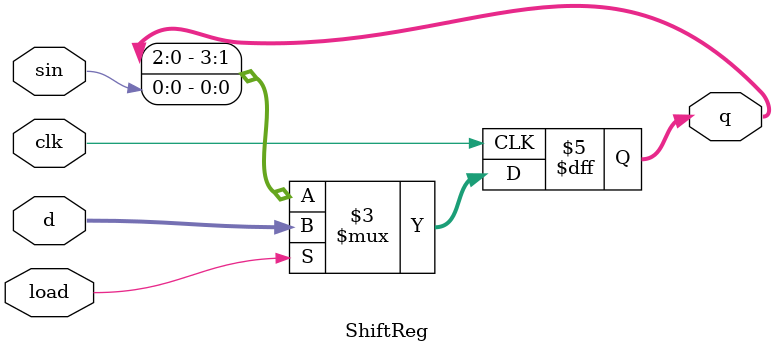
<source format=sv>
`timescale 1ns / 1ps


module ShiftReg(
    input clk,
    input load,
    input sin,
    input [3:0] d,
    output logic [3:0] q
    );

always_ff @(posedge clk)
    if(load) q <= d;
    else q <= {q[2:0] ,sin};     
 
endmodule




</source>
